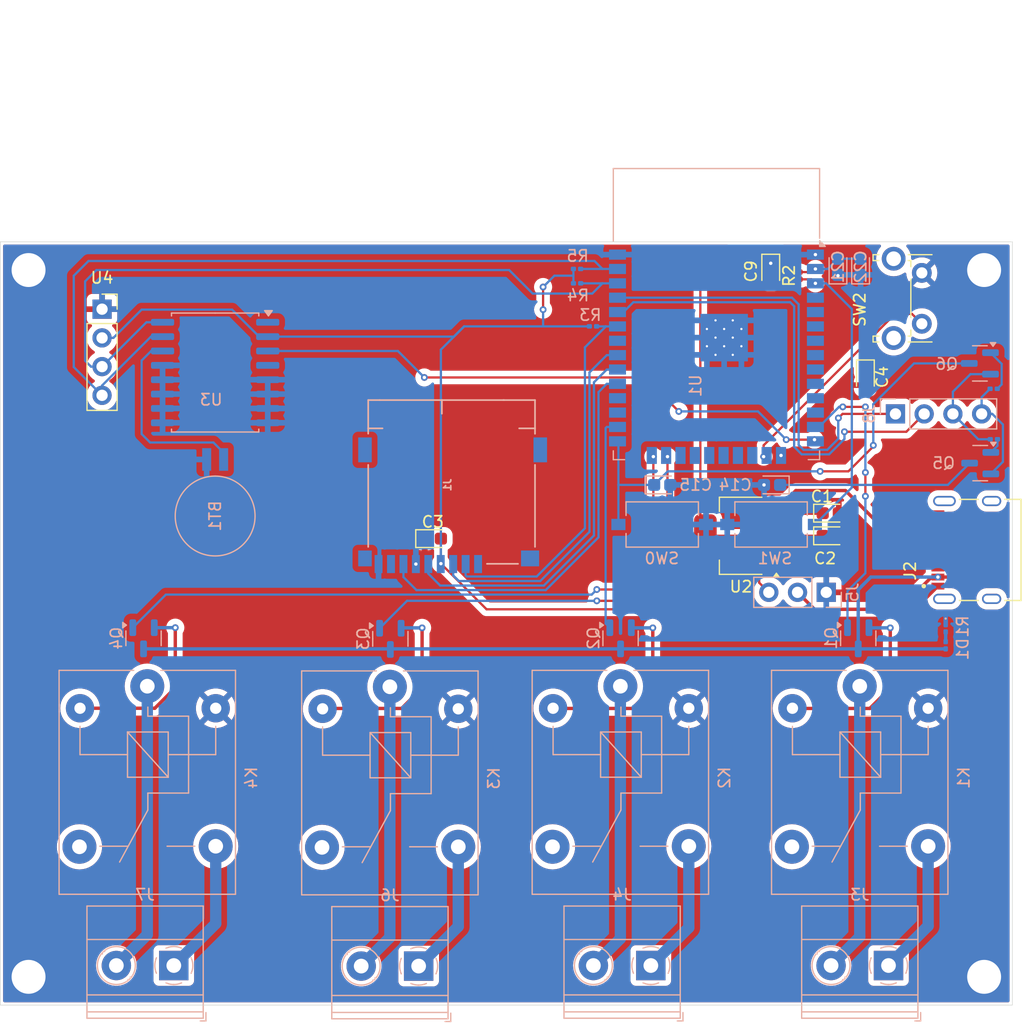
<source format=kicad_pcb>
(kicad_pcb (version 20240108) (generator "pcbnew") (generator_version "8.0")
  (layers (0 "F.Cu" jumper) (31 "B.Cu" power) (34 "B.Paste" user) (35 "F.Paste" user) (38 "B.Mask" user) (39 "F.Mask" user) (44 "Edge.Cuts" user))
  (net 0 "")
  (net 1 "Net-(BT1-+)")
  (net 2 "GND")
  (net 3 "/EXT_5V")
  (net 4 "/VDD33")
  (net 5 "/EN")
  (net 6 "/IO0")
  (net 7 "Net-(D1-A)")
  (net 8 "/SPI_MOSI")
  (net 9 "/SPI_MISO")
  (net 12 "/SPI_SCK")
  (net 13 "/SD_SPI_CS")
  (net 14 "/RXD0")
  (net 15 "/TXD0")
  (net 16 "Net-(J3-Pin_2)")
  (net 17 "Net-(J3-Pin_1)")
  (net 18 "Net-(J4-Pin_2)")
  (net 19 "Net-(J4-Pin_1)")
  (net 20 "Net-(Q1-E)")
  (net 23 "Net-(Q2-E)")
  (net 24 "/ALARM_OUTPUT_0")
  (net 25 "/ALARM_OUTPUT_1")
  (net 26 "/I2C_SCL")
  (net 27 "/I2C_SDA")
  (net 30 "/CLOCK_INT{slash}SQW")
  (net 52 "unconnected-(J2-DN2-PadB7)")
  (net 55 "Net-(J6-Pin_1)")
  (net 56 "Net-(J6-Pin_2)")
  (net 57 "Net-(J7-Pin_2)")
  (net 58 "Net-(J7-Pin_1)")
  (net 59 "Net-(Q3-E)")
  (net 62 "Net-(Q4-E)")
  (net 63 "/RESET_PASSWORD")
  (net 64 "/ALARM_OUTPUT_2")
  (net 65 "/ALARM_OUTPUT_3")
  (net 66 "Net-(Q5-B)")
  (net 67 "/DTR")
  (net 68 "Net-(Q6-B)")
  (net 74 "/RTS")
  (footprint "Connector_PinSocket_2.54mm:PinSocket_1x04_P2.54mm_Vertical" (layer "F.Cu") (at 81.5 55.96)
    (property "Reference" "U4")
    (property "Value" "DM-OLED096-636")
  )
  (footprint "Capacitor_Tantalum_SMD:CP_EIA-1608-08_AVX-J" (layer "F.Cu") (at 140.630685 52.614213 -90)
    (property "Reference" "C9")
    (property "Value" "0.1uF/50V(10%)")
  )
  (footprint "Button_Switch_THT:SW_Tactile_SPST_Angled_PTS645Vx31-2LFS" (layer "F.Cu") (at 153.99 52.75 -90)
    (property "Reference" "SW2")
    (property "Value" "RESET_PASSWORDS")
  )
  (footprint "TYPE-C-31-M-12:HRO_TYPE-C-31-M-12" (layer "F.Cu") (at 160.1625 77.25 90)
    (property "Reference" "J2")
    (property "Value" "USB Type-C Power")
  )
  (footprint "Capacitor_Tantalum_SMD:CP_EIA-1608-08_AVX-J" (layer "F.Cu") (at 149 61.9625 -90)
    (property "Reference" "C4")
    (property "Value" "0.1uF/50V(10%)")
  )
  (footprint "Package_TO_SOT_SMD:SOT-223-3_TabPin2" (layer "F.Cu") (at 138 76 180)
    (property "Reference" "U2")
    (property "Value" "AMS1117-3.3")
  )
  (footprint "Capacitor_Tantalum_SMD:CP_EIA-1608-08_AVX-J" (layer "F.Cu") (at 110.75 76.25)
    (property "Reference" "C3")
    (property "Value" "22uF/10V(20%)")
  )
  (footprint "Capacitor_Tantalum_SMD:CP_EIA-1608-08_AVX-J" (layer "F.Cu") (at 145.9375 76)
    (property "Reference" "C2")
    (property "Value" "22uF/10V(20%)")
  )
  (footprint "Resistor_SMD:R_0201_0603Metric" (layer "F.Cu") (at 143.25 53 -90)
    (property "Reference" "R2")
    (property "Value" "10k(5%)")
  )
  (footprint "Capacitor_Tantalum_SMD:CP_EIA-1608-08_AVX-J" (layer "F.Cu") (at 145.9375 74)
    (property "Reference" "C1")
    (property "Value" "22uF/10V(20%)")
  )
  (footprint "Resistor_SMD:R_0201_0603Metric" (layer "B.Cu") (at 160.345 63)
    (property "Reference" "R7" (hide yes))
    (property "Value" "10K (5%)")
  )
  (footprint "Package_SO:SOIC-16W_7.5x10.3mm_P1.27mm" (layer "B.Cu") (at 91.5 61.563102 180)
    (property "Reference" "U3")
    (property "Value" "DS3231M")
  )
  (footprint "Package_TO_SOT_SMD:SOT-23" (layer "B.Cu") (at 159.125 60.75625 180)
    (property "Reference" "Q6")
    (property "Value" "SS8050")
  )
  (footprint "Resistor_SMD:R_0201_0603Metric" (layer "B.Cu") (at 124.911467 57.479728)
    (property "Reference" "R3")
    (property "Value" "10K")
  )
  (footprint "TerminalBlock_Phoenix:TerminalBlock_Phoenix_MKDS-1,5-2-5.08_1x02_P5.08mm_Horizontal" (layer "B.Cu") (at 151.045 114 180)
    (property "Reference" "J3")
    (property "Value" "Screw Terminal 0")
  )
  (footprint "Relay_THT:Relay_SPDT_SANYOU_SRD_Series_Form_C" (layer "B.Cu") (at 127.333332 89.3 -90)
    (property "Reference" "K2")
    (property "Value" "220V/5V")
  )
  (footprint "Connector_PinHeader_2.54mm:PinHeader_1x03_P2.54mm_Vertical" (layer "B.Cu") (at 145.54 81 90)
    (property "Reference" "J5")
    (property "Value" "Power Interface")
  )
  (footprint "Resistor_SMD:R_0201_0603Metric" (layer "B.Cu") (at 123.5 52.402494)
    (property "Reference" "R5")
    (property "Value" "4.7K")
  )
  (footprint "LED_SMD:LED_0201_0603Metric" (layer "B.Cu") (at 156.1 84.18 -90)
    (property "Reference" "D1")
    (property "Value" "RED LED")
  )
  (footprint "Package_TO_SOT_SMD:SOT-23" (layer "B.Cu") (at 127.350832 85.0625 -90)
    (property "Reference" "Q2")
    (property "Value" "SS8050")
  )
  (footprint "Capacitor_Tantalum_SMD:CP_EIA-1608-08_AVX-J" (layer "B.Cu") (at 148.575663 52.2125 90)
    (property "Reference" "C22")
    (property "Value" "22uF/10V(20%)")
  )
  (footprint "Package_TO_SOT_SMD:SOT-23" (layer "B.Cu") (at 148.3675 85.0625 -90)
    (property "Reference" "Q1")
    (property "Value" "SS8050")
  )
  (footprint "Relay_THT:Relay_SPDT_SANYOU_SRD_Series_Form_C" (layer "B.Cu") (at 85.5 89.3 -90)
    (property "Reference" "K4")
    (property "Value" "220V/5V")
  )
  (footprint "Resistor_SMD:R_0201_0603Metric" (layer "B.Cu") (at 123.50385 53.674141)
    (property "Reference" "R4")
    (property "Value" "4.7K")
  )
  (footprint "Battery:BatteryHolder_Seiko_MS621F" (layer "B.Cu") (at 91.5 69.25 90)
    (property "Reference" "BT1")
    (property "Value" "Battery_Cell")
  )
  (footprint "TerminalBlock_Phoenix:TerminalBlock_Phoenix_MKDS-1,5-2-5.08_1x02_P5.08mm_Horizontal" (layer "B.Cu") (at 109.495 114.05 180)
    (property "Reference" "J6")
    (property "Value" "Screw Terminal 1")
  )
  (footprint "Connector_PinHeader_2.54mm:PinHeader_1x04_P2.54mm_Vertical" (layer "B.Cu") (at 151.659176 65.221585 -90)
    (property "Reference" "J8")
    (property "Value" "UART Programming Interface")
  )
  (footprint "RF_Module:ESP32-WROOM-32" (layer "B.Cu") (at 135.83 59.385 180)
    (property "Reference" "U1")
    (property "Value" "ESP32-WROOM-32")
  )
  (footprint "Resistor_SMD:R_0201_0603Metric" (layer "B.Cu") (at 156.1 85.68 -90)
    (property "Reference" "R1")
    (property "Value" "2k(5%)")
  )
  (footprint "SDCard:J_SD_Card-micro_socket_A" (layer "B.Cu") (at 111.534968 71.478145 180)
    (property "Reference" "J1")
    (property "Value" "MicroSd Card Socket" (hide yes))
  )
  (footprint "Button_Switch_SMD:SW_Tactile_SPST_NO_Straight_CK_PTS636Sx25SMTRLFS" (layer "B.Cu") (at 131.035 75 180)
    (property "Reference" "SW0")
    (property "Value" "IO0")
  )
  (footprint "Relay_THT:Relay_SPDT_SANYOU_SRD_Series_Form_C" (layer "B.Cu") (at 106.95 89.35 -90)
    (property "Reference" "K3")
    (property "Value" "220V/5V")
  )
  (footprint "TerminalBlock_Phoenix:TerminalBlock_Phoenix_MKDS-1,5-2-5.08_1x02_P5.08mm_Horizontal" (layer "B.Cu") (at 130.028332 114 180)
    (property "Reference" "J4")
    (property "Value" "Screw Terminal 1")
  )
  (footprint "Package_TO_SOT_SMD:SOT-23" (layer "B.Cu") (at 106.9925 85.1125 -90)
    (property "Reference" "Q3")
    (property "Value" "SS8050")
  )
  (footprint "Button_Switch_SMD:SW_Tactile_SPST_NO_Straight_CK_PTS636Sx25SMTRLFS" (layer "B.Cu") (at 140.66 75)
    (property "Reference" "SW1")
    (property "Value" "EN")
  )
  (footprint "Capacitor_Tantalum_SMD:CP_EIA-1608-08_AVX-J" (layer "B.Cu") (at 140.7475 71.5 180)
    (property "Reference" "C14")
    (property "Value" "0.1uF/50V(10%)")
  )
  (footprint "TerminalBlock_Phoenix:TerminalBlock_Phoenix_MKDS-1,5-2-5.08_1x02_P5.08mm_Horizontal" (layer "B.Cu") (at 87.845 114 180)
    (property "Reference" "J7")
    (property "Value" "Screw Terminal 1")
  )
  (footprint "Package_TO_SOT_SMD:SOT-23" (layer "B.Cu") (at 159.154836 69.574758 180)
    (property "Reference" "Q5")
    (property "Value" "SS8050")
  )
  (footprint "Relay_THT:Relay_SPDT_SANYOU_SRD_Series_Form_C" (layer "B.Cu") (at 148.5 89.3 -90)
    (property "Reference" "K1")
    (property "Value" "220V/5V")
  )
  (footprint "Resistor_SMD:R_0201_0603Metric" (layer "B.Cu") (at 160.362293 67.463307)
    (property "Reference" "R6" (hide yes))
    (property "Value" "10K (5%)")
  )
  (footprint "Capacitor_Tantalum_SMD:CP_EIA-1608-08_AVX-J" (layer "B.Cu") (at 146.575663 52.2125 90)
    (property "Reference" "C21")
    (property "Value" "22uF/10V(20%)")
  )
  (footprint "Capacitor_Tantalum_SMD:CP_EIA-1608-08_AVX-J" (layer "B.Cu") (at 131.035 71.5)
    (property "Reference" "C15")
    (property "Value" "0.1uF/50V(10%)(NC)")
  )
  (footprint "Package_TO_SOT_SMD:SOT-23" (layer "B.Cu") (at 85.1675 85.0625 -90)
    (property "Reference" "Q4")
    (property "Value" "SS8050")
  )
  (gr_rect (start 72.5 50) (end 162 117.5) (stroke (width 0.05)) (fill none) (layer "Edge.Cuts"))
  (segment (start 85 60.5) (end 85.841898 59.658102) (width 0.2) (layer "B.Cu") (net 1))
  (segment (start 85.841898 59.658102) (end 86.85 59.658102) (width 0.2) (layer "B.Cu") (net 1))
  (segment (start 85.75 67.75) (end 85 67) (width 0.2) (layer "B.Cu") (net 1))
  (segment (start 91.35 67.75) (end 85.75 67.75) (width 0.2) (layer "B.Cu") (net 1))
  (segment (start 92.25 68.65) (end 91.35 67.75) (width 0.2) (layer "B.Cu") (net 1))
  (segment (start 92.25 69.25) (end 92.25 68.65) (width 0.2) (layer "B.Cu") (net 1))
  (segment (start 85 67) (end 85 60.5) (width 0.2) (layer "B.Cu") (net 1))
  (segment (start 141.15 78.3) (end 144.3 78.3) (width 0.3) (layer "F.Cu") (net 2))
  (segment (start 157.48 79.131323) (end 156.161323 80.45) (width 0.3) (layer "F.Cu") (net 2))
  (segment (start 141.15 78.3) (end 141.64 78.79) (width 0.3) (layer "F.Cu") (net 2))
  (segment (start 155.4125 80.45) (end 154 81.8625) (width 0.3) (layer "F.Cu") (net 2))
  (segment (start 155.4125 74.05) (end 156.021322 74.05) (width 0.3) (layer "F.Cu") (net 2))
  (segment (start 155.4125 80.45) (end 155.5 80.45) (width 0.3) (layer "F.Cu") (net 2))
  (segment (start 156.161323 80.45) (end 155.5 80.45) (width 0.3) (layer "F.Cu") (net 2))
  (segment (start 157.48 75.508678) (end 157.48 79.131323) (width 0.3) (layer "F.Cu") (net 2))
  (segment (start 155.5 80.45) (end 155.464413 80.45) (width 0.3) (layer "F.Cu") (net 2))
  (segment (start 146.65 76) (end 144.35 78.3) (width 0.3) (layer "F.Cu") (net 2))
  (segment (start 145.54 79.54) (end 145.54 81) (width 0.3) (layer "F.Cu") (net 2))
  (segment (start 144.35 78.3) (end 141.15 78.3) (width 0.3) (layer "F.Cu") (net 2))
  (segment (start 155.5 80.45) (end 155.4125 80.45) (width 0.3) (layer "F.Cu") (net 2))
  (segment (start 156.021322 74.05) (end 157.48 75.508678) (width 0.3) (layer "F.Cu") (net 2))
  (segment (start 144.3 78.3) (end 145.54 79.54) (width 0.3) (layer "F.Cu") (net 2))
  (via (at 140.630685 51.901713) (size 0.6) (drill 0.3) (layers "F.Cu" "B.Cu") (net 2))
  (via (at 75 52.5) (size 4) (drill 3) (layers "F.Cu" "B.Cu") (net 2))
  (via (at 159.5 52.5) (size 4) (drill 3) (layers "F.Cu" "B.Cu") (net 2))
  (via (at 109.25 78.5) (size 0.6) (drill 0.3) (layers "F.Cu" "B.Cu") (net 2))
  (via (at 140.035 71.5) (size 0.6) (drill 0.3) (layers "F.Cu" "B.Cu") (net 2))
  (via (at 141.54 68.895) (size 0.6) (drill 0.3) (layers "F.Cu" "B.Cu") (net 2))
  (via (at 75 115) (size 4) (drill 3) (layers "F.Cu" "B.Cu") (net 2))
  (via (at 144.58 51.135) (size 0.6) (drill 0.3) (layers "F.Cu" "B.Cu") (net 2))
  (via (at 146.575663 53) (size 0.6) (drill 0.3) (layers "F.Cu" "B.Cu") (net 2))
  (via (at 159.5 115) (size 4) (drill 3) (layers "F.Cu" "B.Cu") (net 2))
  (segment (start 146.575663 53) (end 146.575663 53.075663) (width 0.3) (layer "B.Cu") (net 2))
  (segment (start 146.575663 52.925) (end 146.575663 53) (width 0.3) (layer "B.Cu") (net 2))
  (segment (start 150.090592 74.85) (end 147.240592 72) (width 0.3) (layer "F.Cu") (net 3))
  (segment (start 152 82.5) (end 144.5 82.5) (width 0.3) (layer "F.Cu") (net 3))
  (segment (start 155.4125 79.65) (end 154.85 79.65) (width 0.3) (layer "F.Cu") (net 3))
  (segment (start 145.225 74) (end 141.45 74) (width 0.3) (layer "F.Cu") (net 3))
  (segment (start 142.85 72) (end 141.15 73.7) (width 0.3) (layer "F.Cu") (net 3))
  (segment (start 157 75.7075) (end 157 78.9325) (width 0.3) (layer "F.Cu") (net 3))
  (segment (start 156.2825 79.65) (end 155.4125 79.65) (width 0.3) (layer "F.Cu") (net 3))
  (segment (start 155.4125 74.85) (end 156.1425 74.85) (width 0.3) (layer "F.Cu") (net 3))
  (segment (start 144.5 82.5) (end 143 81) (width 0.3) (layer "F.Cu") (net 3))
  (segment (start 156.1425 74.85) (end 157 75.7075) (width 0.3) (layer "F.Cu") (net 3))
  (segment (start 147.240592 72) (end 142.85 72) (width 0.3) (layer "F.Cu") (net 3))
  (segment (start 155.4125 74.85) (end 150.090592 74.85) (width 0.3) (layer "F.Cu") (net 3))
  (segment (start 154.85 79.65) (end 152 82.5) (width 0.3) (layer "F.Cu") (net 3))
  (segment (start 157 78.9325) (end 156.2825 79.65) (width 0.3) (layer "F.Cu") (net 3))
  (via (at 155.4125 79.65) (size 0.6) (drill 0.3) (layers "F.Cu" "B.Cu") (net 3))
  (segment (start 149.48 79.65) (end 148.3675 80.7625) (width 0.3) (layer "B.Cu") (net 3))
  (segment (start 127.350832 86) (end 148.3675 86) (width 0.3) (layer "B.Cu") (net 3))
  (segment (start 156.1 86) (end 148.3675 86) (width 0.3) (layer "B.Cu") (net 3))
  (segment (start 85.4925 86) (end 106.334166 86) (width 0.3) (layer "B.Cu") (net 3))
  (segment (start 155.4125 79.65) (end 149.48 79.65) (width 0.3) (layer "B.Cu") (net 3))
  (segment (start 148.3675 80.7625) (end 148.3675 86) (width 0.3) (layer "B.Cu") (net 3))
  (segment (start 106.334166 86) (end 127.350832 86) (width 0.3) (layer "B.Cu") (net 3))
  (segment (start 145.225 76) (end 141.15 76) (width 0.2) (layer "F.Cu") (net 4))
  (segment (start 130.25 82.5) (end 115.5 82.5) (width 0.2) (layer "F.Cu") (net 4))
  (segment (start 134.85 76) (end 134.405 75.555) (width 0.2) (layer "F.Cu") (net 4))
  (segment (start 111.4625 76.25) (end 111.4625 78.4625) (width 0.2) (layer "F.Cu") (net 4))
  (segment (start 141.654213 51.084213) (end 143.25 52.68) (width 0.2) (layer "F.Cu") (net 4))
  (segment (start 139.61 77.54) (end 139.61 80.15) (width 0.2) (layer "F.Cu") (net 4))
  (segment (start 136.915787 51.084213) (end 141.654213 51.084213) (width 0.2) (layer "F.Cu") (net 4))
  (segment (start 134.85 77.9) (end 130.25 82.5) (width 0.2) (layer "F.Cu") (net 4))
  (segment (start 134.85 76) (end 134.85 77.9) (width 0.2) (layer "F.Cu") (net 4))
  (segment (start 144.32 52.68) (end 144.5 52.5) (width 0.2) (layer "F.Cu") (net 4))
  (segment (start 120.5 56) (end 120.5 54) (width 0.2) (layer "F.Cu") (net 4))
  (segment (start 134.85 76) (end 141.15 76) (width 0.2) (layer "F.Cu") (net 4))
  (segment (start 143.25 52.68) (end 144.32 52.68) (width 0.2) (layer "F.Cu") (net 4))
  (segment (start 145.225 76) (end 145.225 76.235) (width 0.2) (layer "F.Cu") (net 4))
  (segment (start 134.405 53.595) (end 136.915787 51.084213) (width 0.2) (layer "F.Cu") (net 4))
  (segment (start 134.405 75.555) (end 134.405 53.595) (width 0.2) (layer "F.Cu") (net 4))
  (segment (start 115.5 82.5) (end 111.4625 78.4625) (width 0.2) (layer "F.Cu") (net 4))
  (segment (start 139.61 80.15) (end 140.46 81) (width 0.2) (layer "F.Cu") (net 4))
  (segment (start 141.15 76) (end 139.61 77.54) (width 0.2) (layer "F.Cu") (net 4))
  (via (at 111.4625 78.4625) (size 0.6) (drill 0.3) (layers "F.Cu" "B.Cu") (net 4))
  (via (at 120.5 54) (size 0.6) (drill 0.3) (layers "F.Cu" "B.Cu") (net 4))
  (via (at 120.5 56) (size 0.6) (drill 0.3) (layers "F.Cu" "B.Cu") (net 4))
  (via (at 144.58 52.405) (size 0.6) (drill 0.3) (layers "F.Cu" "B.Cu") (net 4))
  (segment (start 113.520272 57.479728) (end 120.5 57.479728) (width 0.2) (layer "B.Cu") (net 4))
  (segment (start 123.18 53) (end 123.18 53.670291) (width 0.2) (layer "B.Cu") (net 4))
  (segment (start 146.575663 51.5) (end 148.575663 51.5) (width 0.2) (layer "B.Cu") (net 4))
  (segment (start 145.670663 52.405) (end 146.575663 51.5) (width 0.2) (layer "B.Cu") (net 4))
  (segment (start 121.5 53) (end 120.5 54) (width 0.2) (layer "B.Cu") (net 4))
  (segment (start 85 56) (end 82.5 58.5) (width 0.2) (layer "B.Cu") (net 4))
  (segment (start 144.58 52.405) (end 145.670663 52.405) (width 0.2) (layer "B.Cu") (net 4))
  (segment (start 123.18 53) (end 121.5 53) (width 0.2) (layer "B.Cu") (net 4))
  (segment (start 111.4625 59.5375) (end 113.5 57.5) (width 0.2) (layer "B.Cu") (net 4))
  (segment (start 112.611898 58.388102) (end 113.5 57.5) (width 0.2) (layer "B.Cu") (net 4))
  (segment (start 120.5 57.479728) (end 124.591467 57.479728) (width 0.2) (layer "B.Cu") (net 4))
  (segment (start 123.18 52.402494) (end 123.18 53) (width 0.2) (layer "B.Cu") (net 4))
  (segment (start 96.15 58.388102) (end 95.388102 58.388102) (width 0.2) (layer "B.Cu") (net 4))
  (segment (start 111.4625 78.4625) (end 111.4625 59.5375) (width 0.2) (layer "B.Cu") (net 4))
  (segment (start 113.5 57.5) (end 113.520272 57.479728) (width 0.2) (layer "B.Cu") (net 4))
  (segment (start 95.388102 58.388102) (end 93 56) (width 0.2) (layer "B.Cu") (net 4))
  (segment (start 120.5 57.479728) (end 120.5 56) (width 0.2) (layer "B.Cu") (net 4))
  (segment (start 96.15 58.388102) (end 112.611898 58.388102) (width 0.2) (layer "B.Cu") (net 4))
  (segment (start 82.5 58.5) (end 81.5 58.5) (width 0.2) (layer "B.Cu") (net 4))
  (segment (start 123.18 53.670291) (end 123.18385 53.674141) (width 0.2) (layer "B.Cu") (net 4))
  (segment (start 93 56) (end 85 56) (width 0.2) (layer "B.Cu") (net 4))
  (segment (start 143.25 53.32) (end 140.637398 53.32) (width 0.2) (layer "F.Cu") (net 5))
  (segment (start 144.225 53.32) (end 144.58 53.675) (width 0.2) (layer "F.Cu") (net 5))
  (segment (start 143.25 53.32) (end 144.225 53.32) (width 0.2) (layer "F.Cu") (net 5))
  (segment (start 140.637398 53.32) (end 140.630685 53.326713) (width 0.2) (layer "F.Cu") (net 5))
  (via (at 144.58 53.675) (size 0.6) (drill 0.3) (layers "F.Cu" "B.Cu") (net 5))
  (segment (start 158.217336 69.574758) (end 156.292094 71.5) (width 0.2) (layer "B.Cu") (net 5))
  (segment (start 156.292094 71.5) (end 141.46 71.5) (width 0.2) (layer "B.Cu") (net 5))
  (segment (start 147.800003 71.734997) (end 147.800003 55.945003) (width 0.2) (layer "B.Cu") (net 5))
  (segment (start 144.535 75) (end 147.800003 71.734997) (width 0.2) (layer "B.Cu") (net 5))
  (segment (start 145.53 53.675) (end 144.58 53.675) (width 0.2) (layer "B.Cu") (net 5))
  (segment (start 147.800003 55.945003) (end 145.53 53.675) (width 0.2) (layer "B.Cu") (net 5))
  (segment (start 149.7 68.1) (end 149.7 68.000006) (width 0.2) (layer "F.Cu") (net 6))
  (segment (start 147.5 70.3) (end 149.7 68.1) (width 0.2) (layer "F.Cu") (net 6))
  (segment (start 145 70.3) (end 147.5 70.3) (width 0.2) (layer "F.Cu") (net 6))
  (via (at 149.7 68.000006) (size 0.6) (drill 0.3) (layers "F.Cu" "B.Cu") (net 6))
  (via (at 145 70.3) (size 0.6) (drill 0.3) (layers "F.Cu" "B.Cu") (net 6))
  (segment (start 153.3 60.75625) (end 149.7 64.35625) (width 0.2) (layer "B.Cu") (net 6))
  (segment (start 158.1875 60.75625) (end 153.3 60.75625) (width 0.2) (layer "B.Cu") (net 6))
  (segment (start 127.16 67.725) (end 127.08 67.645) (width 0.2) (layer "B.Cu") (net 6))
  (segment (start 131.5225 70.3) (end 145 70.3) (width 0.2) (layer "B.Cu") (net 6))
  (segment (start 127.16 71.5) (end 127.16 67.725) (width 0.2) (layer "B.Cu") (net 6))
  (segment (start 127.16 75) (end 127.16 71.5) (width 0.2) (layer "B.Cu") (net 6))
  (segment (start 130.3225 71.5) (end 127.16 71.5) (width 0.2) (layer "B.Cu") (net 6))
  (segment (start 130.3225 71.5) (end 131.5225 70.3) (width 0.2) (layer "B.Cu") (net 6))
  (segment (start 149.7 64.35625) (end 149.7 68.000006) (width 0.2) (layer "B.Cu") (net 6))
  (segment (start 156.1 85.36) (end 156.1 84.5) (width 0.3) (layer "B.Cu") (net 7))
  (segment (start 120.25 80) (end 113.05 80) (width 0.2) (layer "B.Cu") (net 8))
  (segment (start 124.6 75.65) (end 124.25 76) (width 0.2) (layer "B.Cu") (net 8))
  (segment (start 124.25 76) (end 120.25 80) (width 0.2) (layer "B.Cu") (net 8))
  (segment (start 112.55 79.5) (end 112.55 78.5) (width 0.2) (layer "B.Cu") (net 8))
  (segment (start 126.13 60.025) (end 124.6 61.555) (width 0.2) (layer "B.Cu") (net 8))
  (segment (start 124.6 61.555) (end 124.6 75.65) (width 0.2) (layer "B.Cu") (net 8))
  (segment (start 113.05 80) (end 112.55 79.5) (width 0.2) (layer "B.Cu") (net 8))
  (segment (start 127.08 60.025) (end 126.13 60.025) (width 0.2) (layer "B.Cu") (net 8))
  (segment (start 127.08 62.565) (end 126.13 62.565) (width 0.2) (layer "B.Cu") (net 9))
  (segment (start 108.15 79.65) (end 108.15 78.5) (width 0.2) (layer "B.Cu") (net 9))
  (segment (start 125.4 63.295) (end 125.4 76.134557) (width 0.2) (layer "B.Cu") (net 9))
  (segment (start 125.4 76.134557) (end 120.734557 80.8) (width 0.2) (layer "B.Cu") (net 9))
  (segment (start 109.3 80.8) (end 108.15 79.65) (width 0.2) (layer "B.Cu") (net 9))
  (segment (start 126.13 62.565) (end 125.4 63.295) (width 0.2) (layer "B.Cu") (net 9))
  (segment (start 120.734557 80.8) (end 109.3 80.8) (width 0.2) (layer "B.Cu") (net 9))
  (segment (start 125 62.425) (end 125 75.968871) (width 0.2) (layer "B.Cu") (net 12))
  (segment (start 111.4 80.4) (end 110.35 79.35) (width 0.2) (layer "B.Cu") (net 12))
  (segment (start 110.35 79.35) (end 110.35 78.5) (width 0.2) (layer "B.Cu") (net 12))
  (segment (start 125 75.968871) (end 120.568871 80.4) (width 0.2) (layer "B.Cu") (net 12))
  (segment (start 126.13 61.295) (end 125 62.425) (width 0.2) (layer "B.Cu") (net 12))
  (segment (start 120.568871 80.4) (end 111.4 80.4) (width 0.2) (layer "B.Cu") (net 12))
  (segment (start 127.08 61.295) (end 126.13 61.295) (width 0.2) (layer "B.Cu") (net 12))
  (segment (start 119.934314 79.6) (end 113.75 79.6) (width 0.2) (layer "B.Cu") (net 13))
  (segment (start 124.2 75.334314) (end 119.934314 79.6) (width 0.2) (layer "B.Cu") (net 13))
  (segment (start 124.2 59.335) (end 124.2 75.334314) (width 0.2) (layer "B.Cu") (net 13))
  (segment (start 126.05 57.485) (end 124.2 59.335) (width 0.2) (layer "B.Cu") (net 13))
  (segment (start 126.044728 57.479728) (end 125.231467 57.479728) (width 0.2) (layer "B.Cu") (net 13))
  (segment (start 113.75 79.6) (end 113.65 79.5) (width 0.2) (layer "B.Cu") (net 13))
  (segment (start 126.05 57.485) (end 126.044728 57.479728) (width 0.2) (layer "B.Cu") (net 13))
  (segment (start 113.65 79.5) (end 113.65 78.5) (width 0.2) (layer "B.Cu") (net 13))
  (segment (start 126.05 57.485) (end 127.08 57.485) (width 0.2) (layer "B.Cu") (net 13))
  (segment (start 147.150003 66.8) (end 152.620761 66.8) (width 0.2) (layer "F.Cu") (net 14))
  (segment (start 152.620761 66.8) (end 154.199176 65.221585) (width 0.2) (layer "F.Cu") (net 14))
  (via (at 147.150003 66.8) (size 0.6) (drill 0.3) (layers "F.Cu" "B.Cu") (net 14))
  (segment (start 142.344999 55.345) (end 142.7 55.700001) (width 0.2) (layer "B.Cu") (net 14))
  (segment (start 142.7 68.130686) (end 143.364314 68.795) (width 0.2) (layer "B.Cu") (net 14))
  (segment (start 142.7 55.700001) (end 142.7 68.130686) (width 0.2) (layer "B.Cu") (net 14))
  (segment (start 145.795686 68.795) (end 147.150003 67.440683) (width 0.2) (layer "B.Cu") (net 14))
  (segment (start 128.48 55.345) (end 142.344999 55.345) (width 0.2) (layer "B.Cu") (net 14))
  (segment (start 143.364314 68.795) (end 145.795686 68.795) (width 0.2) (layer "B.Cu") (net 14))
  (segment (start 127.61 56.215) (end 128.48 55.345) (width 0.2) (layer "B.Cu") (net 14))
  (segment (start 147.150003 67.440683) (end 147.150003 66.8) (width 0.2) (layer "B.Cu") (net 14))
  (segment (start 127.08 56.215) (end 127.61 56.215) (width 0.2) (layer "B.Cu") (net 14))
  (segment (start 146.978415 65.221585) (end 146.6125 65.5875) (width 0.2) (layer "F.Cu") (net 15))
  (segment (start 151.659176 65.221585) (end 146.978415 65.221585) (width 0.2) (layer "F.Cu") (net 15))
  (via (at 146.6125 65.5875) (size 0.6) (drill 0.3) (layers "F.Cu" "B.Cu") (net 15))
  (segment (start 143.53 68.395) (end 143.1 67.965) (width 0.2) (layer "B.Cu") (net 15))
  (segment (start 145.63 68.395) (end 143.53 68.395) (width 0.2) (layer "B.Cu") (net 15))
  (segment (start 143.1 55.534315) (end 142.510685 54.945) (width 0.2) (layer "B.Cu") (net 15))
  (segment (start 142.510685 54.945) (end 127.08 54.945) (width 0.2) (layer "B.Cu") (net 15))
  (segment (start 146.600003 67.424997) (end 145.63 68.395) (width 0.2) (layer "B.Cu") (net 15))
  (segment (start 146.600003 65.599997) (end 146.600003 67.424997) (width 0.2) (layer "B.Cu") (net 15))
  (segment (start 143.1 67.965) (end 143.1 55.534315) (width 0.2) (layer "B.Cu") (net 15))
  (segment (start 146.6125 65.5875) (end 146.600003 65.599997) (width 0.2) (layer "B.Cu") (net 15))
  (segment (start 148.5 111.465) (end 145.965 114) (width 1) (layer "B.Cu") (net 16))
  (segment (start 148.5 89.3) (end 148.5 111.465) (width 1) (layer "B.Cu") (net 16))
  (segment (start 154.55 103.45) (end 154.55 110.495) (width 1) (layer "B.Cu") (net 17))
  (segment (start 154.55 110.495) (end 151.045 114) (width 1) (layer "B.Cu") (net 17))
  (segment (start 124.948332 114) (end 127.333332 111.615) (width 1) (layer "B.Cu") (net 18))
  (segment (start 127.333332 111.615) (end 127.333332 89.3) (width 1) (layer "B.Cu") (net 18))
  (segment (start 133.383332 103.45) (end 133.383332 110.645) (width 1) (layer "B.Cu") (net 19))
  (segment (start 133.383332 110.645) (end 130.028332 114) (width 1) (layer "B.Cu") (net 19))
  (segment (start 151.2 84.141852) (end 151.2 89.458148) (width 0.3) (layer "F.Cu") (net 20))
  (segment (start 149.391296 91.266852) (end 142.566852 91.266852) (width 0.3) (layer "F.Cu") (net 20))
  (segment (start 151.2 89.458148) (end 149.391296 91.266852) (width 0.3) (layer "F.Cu") (net 20))
  (via (at 151.2 84.141852) (size 0.6) (drill 0.3) (layers "F.Cu" "B.Cu") (net 20))
  (segment (start 149.3425 84.141852) (end 151.2 84.141852) (width 0.3) (layer "B.Cu") (net 20))
  (segment (start 128.391296 91.266852) (end 121.400184 91.266852) (width 0.3) (layer "F.Cu") (net 23))
  (segment (start 130.2 84.141852) (end 130.2 89.458148) (width 0.3) (layer "F.Cu") (net 23))
  (segment (start 130.2 89.458148) (end 128.391296 91.266852) (width 0.3) (layer "F.Cu") (net 23))
  (via (at 130.2 84.141852) (size 0.6) (drill 0.3) (layers "F.Cu" "B.Cu") (net 23))
  (segment (start 128.3425 84.141852) (end 130.2 84.141852) (width 0.3) (layer "B.Cu") (net 23))
  (segment (start 149 72.5) (end 149 70.4) (width 0.2) (layer "F.Cu") (net 24))
  (segment (start 149 64.6) (end 147 64.6) (width 0.2) (layer "F.Cu") (net 24))
  (via (at 149 64.6) (size 0.6) (drill 0.3) (layers "F.Cu" "B.Cu") (net 24))
  (via (at 149 70.4) (size 0.6) (drill 0.3) (layers "F.Cu" "B.Cu") (net 24))
  (via (at 147 64.6) (size 0.6) (drill 0.3) (layers "F.Cu" "B.Cu") (net 24))
  (via (at 149 72.5) (size 0.6) (drill 0.3) (layers "F.Cu" "B.Cu") (net 24))
  (segment (start 149 79.3) (end 149 72.5) (width 0.2) (layer "B.Cu") (net 24))
  (segment (start 147 64.6) (end 146.67 64.6) (width 0.2) (layer "B.Cu") (net 24))
  (segment (start 144.895 66.375) (end 144.58 66.375) (width 0.2) (layer "B.Cu") (net 24))
  (segment (start 147.4175 84.125) (end 147.4175 80.8825) (width 0.2) (layer "B.Cu") (net 24))
  (segment (start 146.67 64.6) (end 144.895 66.375) (width 0.2) (layer "B.Cu") (net 24))
  (segment (start 149 70.4) (end 149 64.6) (width 0.2) (layer "B.Cu") (net 24))
  (segment (start 147.4175 80.8825) (end 149 79.3) (width 0.2) (layer "B.Cu") (net 24))
  (segment (start 126.03 66.475) (end 126.13 66.375) (width 0.2) (layer "B.Cu") (net 25))
  (segment (start 126.400832 84.125) (end 126.03 83.754168) (width 0.2) (layer "B.Cu") (net 25))
  (segment (start 126.13 66.375) (end 127.08 66.375) (width 0.2) (layer "B.Cu") (net 25))
  (segment (start 126.03 83.754168) (end 126.03 66.475) (width 0.2) (layer "B.Cu") (net 25))
  (segment (start 85.421898 57.118102) (end 86.85 57.118102) (width 0.2) (layer "B.Cu") (net 26))
  (segment (start 81.5 61.04) (end 80.52 61.04) (width 0.2) (layer "B.Cu") (net 26))
  (segment (start 81 52.5) (end 117.5 52.5) (width 0.2) (layer "B.Cu") (net 26))
  (segment (start 124.845 54.58) (end 125.75 53.675) (width 0.2) (layer "B.Cu") (net 26))
  (segment (start 80 60.52) (end 80 53.5) (width 0.2) (layer "B.Cu") (net 26))
  (segment (start 127.08 53.675) (end 125.75 53.675) (width 0.2) (layer "B.Cu") (net 26))
  (segment (start 117.5 52.5) (end 119.58 54.58) (width 0.2) (layer "B.Cu") (net 26))
  (segment (start 80 53.5) (end 81 52.5) (width 0.2) (layer "B.Cu") (net 26))
  (segment (start 81.5 61.04) (end 85.421898 57.118102) (width 0.2) (layer "B.Cu") (net 26))
  (segment (start 80.52 61.04) (end 80 60.52) (width 0.2) (layer "B.Cu") (net 26))
  (segment (start 119.58 54.58) (end 124.845 54.58) (width 0.2) (layer "B.Cu") (net 26))
  (segment (start 81.5 60.5) (end 81.5 61.04) (width 0.2) (layer "B.Cu") (net 26))
  (segment (start 125.75 53.675) (end 123.817567 53.675) (width 0.2) (layer "B.Cu") (net 26))
  (segment (start 127.077494 52.402494) (end 127.08 52.405) (width 0.2) (layer "B.Cu") (net 27))
  (segment (start 125.75 52.402494) (end 127.077494 52.402494) (width 0.2) (layer "B.Cu") (net 27))
  (segment (start 85.825001 58.388102) (end 81.5 62.713103) (width 0.2) (layer "B.Cu") (net 27))
  (segment (start 80.3 51.7) (end 79 53) (width 0.2) (layer "B.Cu") (net 27))
  (segment (start 81.5 62.713103) (end 81.5 63.58) (width 0.2) (layer "B.Cu") (net 27))
  (segment (start 125.75 52.402494) (end 125.047506 51.7) (width 0.2) (layer "B.Cu") (net 27))
  (segment (start 79 53) (end 79 61.08) (width 0.2) (layer "B.Cu") (net 27))
  (segment (start 86.85 58.388102) (end 85.825001 58.388102) (width 0.2) (layer "B.Cu") (net 27))
  (segment (start 123.82 52.402494) (end 125.75 52.402494) (width 0.2) (layer "B.Cu") (net 27))
  (segment (start 79 61.08) (end 81.5 63.58) (width 0.2) (layer "B.Cu") (net 27))
  (segment (start 125.047506 51.7) (end 80.3 51.7) (width 0.2) (layer "B.Cu") (net 27))
  (segment (start 129.5 62) (end 132.5 65) (width 0.2) (layer "F.Cu") (net 30))
  (segment (start 142 67.5) (end 144.5 67.5) (width 0.2) (layer "F.Cu") (net 30))
  (segment (start 110 62) (end 129.5 62) (width 0.2) (layer "F.Cu") (net 30))
  (via (at 110 62) (size 0.6) (drill 0.3) (layers "F.Cu" "B.Cu") (net 30))
  (via (at 132.5 65) (size 0.6) (drill 0.3) (layers "F.Cu" "B.Cu") (net 30))
  (via (at 142 67.5) (size 0.6) (drill 0.3) (layers "F.Cu" "B.Cu") (net 30))
  (via (at 144.5 67.5) (size 0.6) (drill 0.3) (layers "F.Cu" "B.Cu") (net 30))
  (segment (start 132.5 65) (end 139.5 65) (width 0.2) (layer "B.Cu") (net 30))
  (segment (start 96.15 59.658102) (end 107.658102 59.658102) (width 0.2) (layer "B.Cu") (net 30))
  (segment (start 139.5 65) (end 142 67.5) (width 0.2) (layer "B.Cu") (net 30))
  (segment (start 107.658102 59.658102) (end 110 62) (width 0.2) (layer "B.Cu") (net 30))
  (segment (start 156.1825 78) (end 156.2325 78.05) (width 0.2) (layer "F.Cu") (net 52))
  (segment (start 156.2325 78.05) (end 156.2325 78.95) (width 0.2) (layer "F.Cu") (net 52))
  (segment (start 156.2325 78.95) (end 156.1825 79) (width 0.2) (layer "F.Cu") (net 52))
  (segment (start 156.1825 79) (end 155.4125 79) (width 0.2) (layer "F.Cu") (net 52))
  (segment (start 155.4125 78) (end 156.1825 78) (width 0.2) (layer "F.Cu") (net 52))
  (segment (start 113 103.5) (end 113 110.545) (width 1) (layer "B.Cu") (net 55))
  (segment (start 113 110.545) (end 109.495 114.05) (width 1) (layer "B.Cu") (net 55))
  (segment (start 106.95 111.515) (end 106.95 89.35) (width 1) (layer "B.Cu") (net 56))
  (segment (start 104.415 114.05) (end 106.95 111.515) (width 1) (layer "B.Cu") (net 56))
  (segment (start 82.765 114) (end 85.5 111.265) (width 1) (layer "B.Cu") (net 57))
  (segment (start 85.5 111.265) (end 85.5 89.3) (width 1) (layer "B.Cu") (net 57))
  (segment (start 91.55 103.45) (end 91.55 110.295) (width 1) (layer "B.Cu") (net 58))
  (segment (start 91.55 110.295) (end 87.845 114) (width 1) (layer "B.Cu") (net 58))
  (segment (start 109.8 84.141852) (end 109.8 89.458148) (width 0.3) (layer "F.Cu") (net 59))
  (segment (start 107.991296 91.266852) (end 101.033148 91.266852) (width 0.3) (layer "F.Cu") (net 59))
  (segment (start 109.8 89.458148) (end 107.991296 91.266852) (width 0.3) (layer "F.Cu") (net 59))
  (via (at 109.8 84.141852) (size 0.6) (drill 0.3) (layers "F.Cu" "B.Cu") (net 59))
  (segment (start 107.9425 84.141852) (end 109.8 84.141852) (width 0.3) (layer "B.Cu") (net 59))
  (segment (start 86.166296 91.25) (end 79.55 91.25) (width 0.3) (layer "F.Cu") (net 62))
  (segment (start 87.975 84.125) (end 87.975 89.441296) (width 0.3) (layer "F.Cu") (net 62))
  (segment (start 87.975 89.441296) (end 86.166296 91.25) (width 0.3) (layer "F.Cu") (net 62))
  (via (at 87.975 84.125) (size 0.6) (drill 0.3) (layers "F.Cu" "B.Cu") (net 62))
  (segment (start 86.1175 84.125) (end 87.975 84.125) (width 0.3) (layer "B.Cu") (net 62))
  (segment (start 153.99 57.25) (end 153.115001 56.375001) (width 0.2) (layer "F.Cu") (net 63))
  (segment (start 149 61.25) (end 149 59) (width 0.2) (layer "F.Cu") (net 63))
  (segment (start 140 68) (end 140 69) (width 0.2) (layer "F.Cu") (net 63))
  (segment (start 149 59) (end 140 68) (width 0.2) (layer "F.Cu") (net 63))
  (segment (start 151.624999 56.375001) (end 149 59) (width 0.2) (layer "F.Cu") (net 63))
  (segment (start 153.115001 56.375001) (end 151.624999 56.375001) (width 0.2) (layer "F.Cu") (net 63))
  (via (at 140 69) (size 0.6) (drill 0.3) (layers "F.Cu" "B.Cu") (net 63))
  (segment (start 131.5 80.5) (end 131.5 69) (width 0.2) (layer "F.Cu") (net 64))
  (segment (start 130.25 81.75) (end 131.5 80.5) (width 0.2) (layer "F.Cu") (net 64))
  (segment (start 125.25 81.75) (end 130.25 81.75) (width 0.2) (layer "F.Cu") (net 64))
  (via (at 125.25 81.75) (size 0.6) (drill 0.3) (layers "F.Cu" "B.Cu") (net 64))
  (via (at 131.5 69) (size 0.6) (drill 0.3) (layers "F.Cu" "B.Cu") (net 64))
  (segment (start 106.0425 84.175) (end 108.4675 81.75) (width 0.2) (layer "B.Cu") (net 64))
  (segment (start 108.4675 81.75) (end 125.25 81.75) (width 0.2) (layer "B.Cu") (net 64))
  (segment (start 125.25 80.75) (end 129.5 80.75) (width 0.2) (layer "F.Cu") (net 65))
  (segment (start 129.5 80.75) (end 130.25 80) (width 0.2) (layer "F.Cu") (net 65))
  (segment (start 130.25 80) (end 130.25 69) (width 0.2) (layer "F.Cu") (net 65))
  (via (at 125.25 80.75) (size 0.6) (drill 0.3) (layers "F.Cu" "B.Cu") (net 65))
  (via (at 130.25 69) (size 0.6) (drill 0.3) (layers "F.Cu" "B.Cu") (net 65))
  (segment (start 124.8 81.2) (end 125.25 80.75) (width 0.2) (layer "B.Cu") (net 65))
  (segment (start 84.2175 84.125) (end 87.1425 81.2) (width 0.2) (layer "B.Cu") (net 65))
  (segment (start 87.1425 81.2) (end 124.8 81.2) (width 0.2) (layer "B.Cu") (net 65))
  (segment (start 160.682293 68.034801) (end 160.092336 68.624758) (width 0.2) (layer "B.Cu") (net 66))
  (segment (start 160.682293 67.463307) (end 160.682293 68.034801) (width 0.2) (layer "B.Cu") (net 66))
  (segment (start 158.980898 67.463307) (end 160.042293 67.463307) (width 0.2) (layer "B.Cu") (net 67))
  (segment (start 156.739176 65.221585) (end 158.980898 67.463307) (width 0.2) (layer "B.Cu") (net 67))
  (segment (start 156.739176 65.221585) (end 156.739176 63.260824) (width 0.2) (layer "B.Cu") (net 67))
  (segment (start 156.739176 63.260824) (end 158.29375 61.70625) (width 0.2) (layer "B.Cu") (net 67))
  (segment (start 158.29375 61.70625) (end 160.0625 61.70625) (width 0.2) (layer "B.Cu") (net 67))
  (segment (start 160.0625 59.80625) (end 161.05 60.79375) (width 0.2) (layer "B.Cu") (net 68))
  (segment (start 161.05 62.615) (end 160.665 63) (width 0.2) (layer "B.Cu") (net 68))
  (segment (start 161.05 60.79375) (end 161.05 62.615) (width 0.2) (layer "B.Cu") (net 68))
  (segment (start 159.279176 65.221585) (end 159.279176 63.745824) (width 0.2) (layer "B.Cu") (net 74))
  (segment (start 159.279176 63.745824) (end 160.025 63) (width 0.2) (layer "B.Cu") (net 74))
  (segment (start 160.092336 70.524758) (end 161.162293 69.454801) (width 0.2) (layer "B.Cu") (net 74))
  (segment (start 161.162293 69.454801) (end 161.162293 66.162293) (width 0.2) (layer "B.Cu") (net 74))
  (segment (start 161.162293 66.162293) (end 160.221585 65.221585) (width 0.2) (layer "B.Cu") (net 74))
  (segment (start 160.221585 65.221585) (end 159.279176 65.221585) (width 0.2) (layer "B.Cu") (net 74))
  (zone (net 2) (net_name "GND") (layers "F&B.Cu") (connect_pads (clearance 0.5)) (min_thickness 0.25) (fill yes (thermal_gap 0.5) (thermal_bridge_width 0.5))
    (polygon (pts (xy 72.5 50) (xy 162 50) (xy 162 117.5) (xy 72.5 117.5)))
  )
)
</source>
